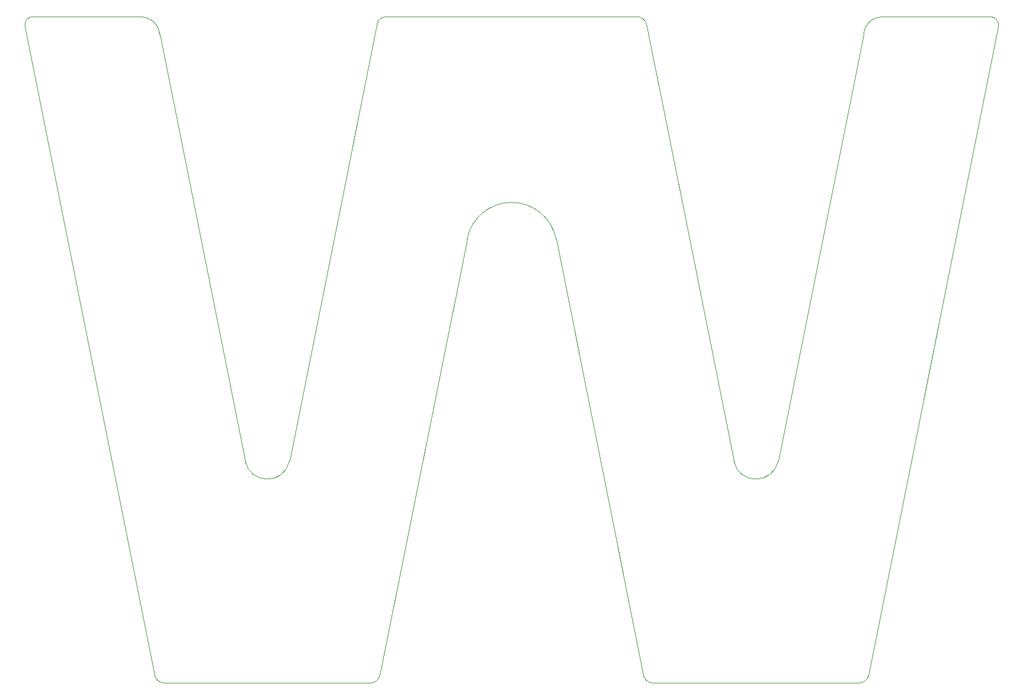
<source format=gbr>
%TF.GenerationSoftware,KiCad,Pcbnew,(7.0.0)*%
%TF.CreationDate,2023-11-18T20:53:13-06:00*%
%TF.ProjectId,LightLetter_W,4c696768-744c-4657-9474-65725f572e6b,rev?*%
%TF.SameCoordinates,PXda408f0PY8b5864b*%
%TF.FileFunction,Profile,NP*%
%FSLAX46Y46*%
G04 Gerber Fmt 4.6, Leading zero omitted, Abs format (unit mm)*
G04 Created by KiCad (PCBNEW (7.0.0)) date 2023-11-18 20:53:13*
%MOMM*%
%LPD*%
G01*
G04 APERTURE LIST*
%TA.AperFunction,Profile*%
%ADD10C,0.100000*%
%TD*%
G04 APERTURE END LIST*
D10*
X-23241000Y95249999D02*
G75*
G03*
X-25904980Y92709856I0J-2666999D01*
G01*
X-126495019Y92709856D02*
G75*
G03*
X-129159000Y95250000I-2663981J-126856D01*
G01*
X-144653000Y95250000D02*
G75*
G03*
X-145768782Y93859048I0J-1143000D01*
G01*
X-6631218Y93859048D02*
G75*
G03*
X-7747000Y95250000I-1115782J247952D01*
G01*
X-56945225Y94220575D02*
G75*
G03*
X-58293000Y95250000I-1347775J-367575D01*
G01*
X-94107000Y95249999D02*
G75*
G03*
X-95481465Y94102903I0J-1396999D01*
G01*
X-26543000Y1D02*
G75*
G03*
X-25195226Y1029425I0J1396999D01*
G01*
X-57381466Y1143000D02*
G75*
G03*
X-56007000Y-738I1374466J254000D01*
G01*
X-96393000Y1D02*
G75*
G03*
X-95018535Y1147097I0J1396999D01*
G01*
X-127231466Y1147097D02*
G75*
G03*
X-125857000Y0I1374466J249903D01*
G01*
X-44450000Y31750000D02*
G75*
G03*
X-38100000Y31750000I3175000J635000D01*
G01*
X-114300000Y31750000D02*
G75*
G03*
X-107950000Y31750000I3175000J635000D01*
G01*
X-69850002Y63500000D02*
G75*
G03*
X-82549998Y63500000I-6349998J-1270000D01*
G01*
X-31750000Y63500000D02*
X-38100000Y31750000D01*
X-50800000Y63500000D02*
X-44450000Y31750000D01*
X-114300000Y31750000D02*
X-120650000Y63500000D01*
X-107950000Y31750000D02*
X-101600000Y63500000D01*
X-25904981Y92709856D02*
X-31750000Y63500000D01*
X-56945225Y94220575D02*
X-50800000Y63500000D01*
X-126495019Y92709856D02*
X-120650000Y63500000D01*
X-19050000Y95250000D02*
X-23241000Y95250000D01*
X-63500000Y95250000D02*
X-58293000Y95250000D01*
X-95481466Y94102903D02*
X-101600000Y63500000D01*
X-133350000Y95250000D02*
X-129159000Y95250000D01*
X-88900000Y95250000D02*
X-94107000Y95250000D01*
X-127231466Y1147097D02*
X-145768782Y93859048D01*
X-96393000Y0D02*
X-125857000Y0D01*
X-82550000Y63500000D02*
X-95018534Y1147097D01*
X-57381466Y1143000D02*
X-69850000Y63500000D01*
X-56007000Y-738D02*
X-26543000Y0D01*
X-6631218Y93859048D02*
X-25195225Y1029425D01*
X-7747000Y95250000D02*
X-19050000Y95250000D01*
X-88900000Y95250000D02*
X-63500000Y95250000D01*
X-144653000Y95250000D02*
X-133350000Y95250000D01*
M02*

</source>
